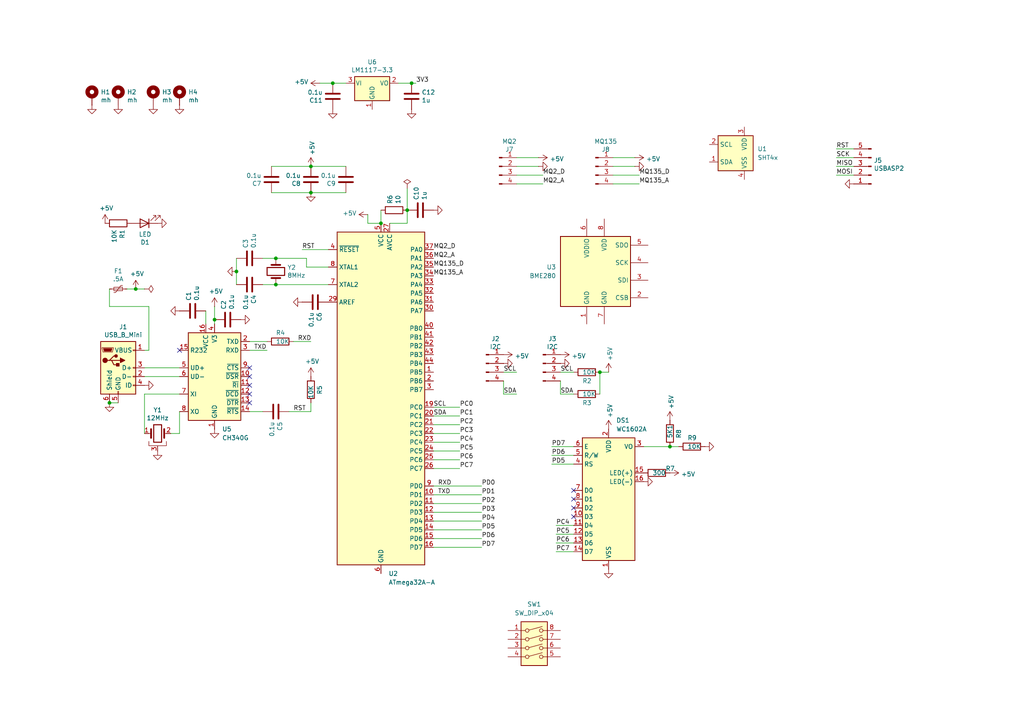
<source format=kicad_sch>
(kicad_sch (version 20231120) (generator "eeschema") (generator_version "8.0")
  (paper "A4")
  (lib_symbols
    (symbol "Connector:Conn_01x04_Male" (pin_names (offset 1.016) hide)
      (property "Reference" "J" (at 0 5.08 0))
      (property "Value" "Connector_Conn_01x04_Male" (at 0 -7.62 0))
      (symbol "Conn_01x04_Male_1_1"
        (polyline (pts (xy 1.27 -5.08) (xy 0.8636 -5.08)) (stroke (width 0.1524)))
        (polyline (pts (xy 1.27 -2.54) (xy 0.8636 -2.54)) (stroke (width 0.1524)))
        (polyline (pts (xy 1.27 0) (xy 0.8636 0)) (stroke (width 0.1524)))
        (polyline (pts (xy 1.27 2.54) (xy 0.8636 2.54)) (stroke (width 0.1524)))
        (rectangle (start 0.8636 -4.953) (end 0 -5.207) (stroke (width 0.1524)) (fill (type outline)))
        (rectangle (start 0.8636 -2.413) (end 0 -2.667) (stroke (width 0.1524)) (fill (type outline)))
        (rectangle (start 0.8636 0.127) (end 0 -0.127) (stroke (width 0.1524)) (fill (type outline)))
        (rectangle (start 0.8636 2.667) (end 0 2.413) (stroke (width 0.1524)) (fill (type outline)))
        (pin passive line (at 5.08 2.54 180) (length 3.81) (name "Pin_1") (number "1"))
        (pin passive line (at 5.08 0 180) (length 3.81) (name "Pin_2") (number "2"))
        (pin passive line (at 5.08 -2.54 180) (length 3.81) (name "Pin_3") (number "3"))
        (pin passive line (at 5.08 -5.08 180) (length 3.81) (name "Pin_4") (number "4"))
      )
    )
    (symbol "Connector:Conn_01x05_Male" (pin_names (offset 1.016) hide)
      (property "Reference" "J" (at 0 7.62 0))
      (property "Value" "Connector_Conn_01x05_Male" (at 0 -7.62 0))
      (symbol "Conn_01x05_Male_1_1"
        (polyline (pts (xy 1.27 -5.08) (xy 0.8636 -5.08)) (stroke (width 0.1524)))
        (polyline (pts (xy 1.27 -2.54) (xy 0.8636 -2.54)) (stroke (width 0.1524)))
        (polyline (pts (xy 1.27 0) (xy 0.8636 0)) (stroke (width 0.1524)))
        (polyline (pts (xy 1.27 2.54) (xy 0.8636 2.54)) (stroke (width 0.1524)))
        (polyline (pts (xy 1.27 5.08) (xy 0.8636 5.08)) (stroke (width 0.1524)))
        (rectangle (start 0.8636 -4.953) (end 0 -5.207) (stroke (width 0.1524)) (fill (type outline)))
        (rectangle (start 0.8636 -2.413) (end 0 -2.667) (stroke (width 0.1524)) (fill (type outline)))
        (rectangle (start 0.8636 0.127) (end 0 -0.127) (stroke (width 0.1524)) (fill (type outline)))
        (rectangle (start 0.8636 2.667) (end 0 2.413) (stroke (width 0.1524)) (fill (type outline)))
        (rectangle (start 0.8636 5.207) (end 0 4.953) (stroke (width 0.1524)) (fill (type outline)))
        (pin passive line (at 5.08 5.08 180) (length 3.81) (name "Pin_1") (number "1"))
        (pin passive line (at 5.08 2.54 180) (length 3.81) (name "Pin_2") (number "2"))
        (pin passive line (at 5.08 0 180) (length 3.81) (name "Pin_3") (number "3"))
        (pin passive line (at 5.08 -2.54 180) (length 3.81) (name "Pin_4") (number "4"))
        (pin passive line (at 5.08 -5.08 180) (length 3.81) (name "Pin_5") (number "5"))
      )
    )
    (symbol "Connector:USB_B_Mini" (pin_names (offset 1.016))
      (property "Reference" "J" (at -5.08 11.43 0))
      (property "Value" "USB_B_Mini" (at -5.08 8.89 0))
      (symbol "USB_B_Mini_0_1"
        (rectangle (start -5.08 -7.62) (end 5.08 7.62) (stroke (width 0.254)) (fill (type background)))
        (circle (center -3.81 2.159) (radius 0.635) (stroke (width 0.254)) (fill (type outline)))
        (circle (center -0.635 3.429) (radius 0.381) (stroke (width 0.254)) (fill (type outline)))
        (rectangle (start -0.127 -7.62) (end 0.127 -6.858))
        (polyline (pts (xy -1.905 2.159) (xy 0.635 2.159)) (stroke (width 0.254)))
        (polyline (pts (xy -3.175 2.159) (xy -2.54 2.159) (xy -1.27 3.429) (xy -0.635 3.429)) (stroke (width 0.254)))
        (polyline (pts (xy -2.54 2.159) (xy -1.905 2.159) (xy -1.27 0.889) (xy 0 0.889)) (stroke (width 0.254)))
        (polyline (pts (xy 0.635 2.794) (xy 0.635 1.524) (xy 1.905 2.159) (xy 0.635 2.794)) (stroke (width 0.254)) (fill (type outline)))
        (polyline (pts (xy -4.318 5.588) (xy -1.778 5.588) (xy -2.032 4.826) (xy -4.064 4.826) (xy -4.318 5.588)) (fill (type outline)))
        (polyline (pts (xy -4.699 5.842) (xy -4.699 5.588) (xy -4.445 4.826) (xy -4.445 4.572) (xy -1.651 4.572) (xy -1.651 4.826) (xy -1.397 5.588) (xy -1.397 5.842) (xy -4.699 5.842)))
        (rectangle (start 0.254 1.27) (end -0.508 0.508) (stroke (width 0.254)) (fill (type outline)))
        (rectangle (start 5.08 -5.207) (end 4.318 -4.953))
        (rectangle (start 5.08 -2.667) (end 4.318 -2.413))
        (rectangle (start 5.08 -0.127) (end 4.318 0.127))
        (rectangle (start 5.08 4.953) (end 4.318 5.207))
      )
      (symbol "USB_B_Mini_1_1"
        (pin power_out line (at 7.62 5.08 180) (length 2.54) (name "VBUS") (number "1"))
        (pin bidirectional line (at 7.62 -2.54 180) (length 2.54) (name "D-") (number "2"))
        (pin bidirectional line (at 7.62 0 180) (length 2.54) (name "D+") (number "3"))
        (pin passive line (at 7.62 -5.08 180) (length 2.54) (name "ID") (number "4"))
        (pin power_out line (at 0 -10.16 90) (length 2.54) (name "GND") (number "5"))
        (pin passive line (at -2.54 -10.16 90) (length 2.54) (name "Shield") (number "6"))
      )
    )
    (symbol "Device:C" (pin_numbers hide) (pin_names (offset 0.254))
      (property "Reference" "C" (at 0.635 2.54 0))
      (property "Value" "C" (at 0.635 -2.54 0))
      (symbol "C_0_1"
        (polyline (pts (xy -2.032 -0.762) (xy 2.032 -0.762)) (stroke (width 0.508)))
        (polyline (pts (xy -2.032 0.762) (xy 2.032 0.762)) (stroke (width 0.508)))
      )
      (symbol "C_1_1"
        (pin passive line (at 0 3.81 270) (length 2.794) (name "~") (number "1"))
        (pin passive line (at 0 -3.81 90) (length 2.794) (name "~") (number "2"))
      )
    )
    (symbol "Device:Crystal" (pin_numbers hide) (pin_names (offset 1.016) hide)
      (property "Reference" "Y" (at 0 3.81 0))
      (property "Value" "Crystal" (at 0 -3.81 0))
      (symbol "Crystal_0_1"
        (rectangle (start -1.143 2.54) (end 1.143 -2.54) (stroke (width 0.3048)))
        (polyline (pts (xy -2.54 0) (xy -1.905 0)))
        (polyline (pts (xy -1.905 -1.27) (xy -1.905 1.27)) (stroke (width 0.508)))
        (polyline (pts (xy 1.905 -1.27) (xy 1.905 1.27)) (stroke (width 0.508)))
        (polyline (pts (xy 2.54 0) (xy 1.905 0)))
      )
      (symbol "Crystal_1_1"
        (pin passive line (at -3.81 0 0) (length 1.27) (name "1") (number "1"))
        (pin passive line (at 3.81 0 180) (length 1.27) (name "2") (number "2"))
      )
    )
    (symbol "Device:Crystal_GND3" (pin_names (offset 1.016) hide)
      (property "Reference" "Y" (at 0 5.715 0))
      (property "Value" "Crystal_GND3" (at 0 3.81 0))
      (symbol "Crystal_GND3_0_1"
        (rectangle (start -1.143 2.54) (end 1.143 -2.54) (stroke (width 0.3048)))
        (polyline (pts (xy -2.54 0) (xy -1.905 0)))
        (polyline (pts (xy -1.905 -1.27) (xy -1.905 1.27)) (stroke (width 0.508)))
        (polyline (pts (xy 0 -3.81) (xy 0 -3.556)))
        (polyline (pts (xy 1.905 0) (xy 2.54 0)))
        (polyline (pts (xy 1.905 1.27) (xy 1.905 -1.27)) (stroke (width 0.508)))
        (polyline (pts (xy -2.54 -2.286) (xy -2.54 -3.556) (xy 2.54 -3.556) (xy 2.54 -2.286)))
      )
      (symbol "Crystal_GND3_1_1"
        (pin passive line (at -3.81 0 0) (length 1.27) (name "1") (number "1"))
        (pin passive line (at 3.81 0 180) (length 1.27) (name "2") (number "2"))
        (pin passive line (at 0 -5.08 90) (length 1.27) (name "3") (number "3"))
      )
    )
    (symbol "Device:LED" (pin_numbers hide) (pin_names (offset 1.016) hide)
      (property "Reference" "D" (at 0 2.54 0))
      (property "Value" "LED" (at 0 -2.54 0))
      (symbol "LED_0_1"
        (polyline (pts (xy -1.27 -1.27) (xy -1.27 1.27)) (stroke (width 0.254)))
        (polyline (pts (xy -1.27 0) (xy 1.27 0)))
        (polyline (pts (xy 1.27 -1.27) (xy 1.27 1.27) (xy -1.27 0) (xy 1.27 -1.27)) (stroke (width 0.254)))
        (polyline (pts (xy -3.048 -0.762) (xy -4.572 -2.286) (xy -3.81 -2.286) (xy -4.572 -2.286) (xy -4.572 -1.524)))
        (polyline (pts (xy -1.778 -0.762) (xy -3.302 -2.286) (xy -2.54 -2.286) (xy -3.302 -2.286) (xy -3.302 -1.524)))
      )
      (symbol "LED_1_1"
        (pin passive line (at -3.81 0 0) (length 2.54) (name "K") (number "1"))
        (pin passive line (at 3.81 0 180) (length 2.54) (name "A") (number "2"))
      )
    )
    (symbol "Device:Polyfuse_Small" (pin_numbers hide) (pin_names (offset 0))
      (property "Reference" "F" (at -1.905 0 90))
      (property "Value" "Polyfuse_Small" (at 1.905 0 90))
      (symbol "Polyfuse_Small_0_1"
        (rectangle (start -0.508 1.27) (end 0.508 -1.27))
        (polyline (pts (xy 0 2.54) (xy 0 -2.54)))
        (polyline (pts (xy -1.016 1.27) (xy -1.016 0.762) (xy 1.016 -0.762) (xy 1.016 -1.27)))
      )
      (symbol "Polyfuse_Small_1_1"
        (pin passive line (at 0 2.54 270) (length 0.635) (name "~") (number "1"))
        (pin passive line (at 0 -2.54 90) (length 0.635) (name "~") (number "2"))
      )
    )
    (symbol "Device:R" (pin_numbers hide) (pin_names (offset 0))
      (property "Reference" "R" (at 2.032 0 90))
      (property "Value" "R" (at 0 0 90))
      (symbol "R_0_1"
        (rectangle (start -1.016 -2.54) (end 1.016 2.54) (stroke (width 0.254)))
      )
      (symbol "R_1_1"
        (pin passive line (at 0 3.81 270) (length 1.27) (name "~") (number "1"))
        (pin passive line (at 0 -3.81 90) (length 1.27) (name "~") (number "2"))
      )
    )
    (symbol "Display_Character:WC1602A"
      (property "Reference" "DS" (at -5.842 19.05 0))
      (property "Value" "WC1602A" (at 5.334 19.05 0))
      (symbol "WC1602A_1_1"
        (rectangle (start -7.62 17.78) (end 7.62 -17.78) (stroke (width 0.254)) (fill (type background)))
        (pin power_in line (at 0 -20.32 90) (length 2.54) (name "VSS") (number "1"))
        (pin input line (at -10.16 -5.08 0) (length 2.54) (name "D3") (number "10"))
        (pin input line (at -10.16 -7.62 0) (length 2.54) (name "D4") (number "11"))
        (pin input line (at -10.16 -10.16 0) (length 2.54) (name "D5") (number "12"))
        (pin input line (at -10.16 -12.7 0) (length 2.54) (name "D6") (number "13"))
        (pin input line (at -10.16 -15.24 0) (length 2.54) (name "D7") (number "14"))
        (pin power_in line (at 10.16 7.62 180) (length 2.54) (name "LED(+)") (number "15"))
        (pin power_in line (at 10.16 5.08 180) (length 2.54) (name "LED(-)") (number "16"))
        (pin power_in line (at 0 20.32 270) (length 2.54) (name "VDD") (number "2"))
        (pin input line (at 10.16 15.24 180) (length 2.54) (name "VO") (number "3"))
        (pin input line (at -10.16 10.16 0) (length 2.54) (name "RS") (number "4"))
        (pin input line (at -10.16 12.7 0) (length 2.54) (name "R/W") (number "5"))
        (pin input line (at -10.16 15.24 0) (length 2.54) (name "E") (number "6"))
        (pin input line (at -10.16 2.54 0) (length 2.54) (name "D0") (number "7"))
        (pin input line (at -10.16 0 0) (length 2.54) (name "D1") (number "8"))
        (pin input line (at -10.16 -2.54 0) (length 2.54) (name "D2") (number "9"))
      )
    )
    (symbol "Interface_USB:CH340G"
      (property "Reference" "U" (at -5.08 13.97 0))
      (property "Value" "CH340G" (at 1.27 13.97 0))
      (symbol "CH340G_0_1"
        (rectangle (start -7.62 12.7) (end 7.62 -12.7) (stroke (width 0.254)) (fill (type background)))
      )
      (symbol "CH340G_1_1"
        (pin power_in line (at 0 -15.24 90) (length 2.54) (name "GND") (number "1"))
        (pin input line (at 10.16 0 180) (length 2.54) (name "~{DSR}") (number "10"))
        (pin input line (at 10.16 -2.54 180) (length 2.54) (name "~{RI}") (number "11"))
        (pin input line (at 10.16 -5.08 180) (length 2.54) (name "~{DCD}") (number "12"))
        (pin output line (at 10.16 -7.62 180) (length 2.54) (name "~{DTR}") (number "13"))
        (pin output line (at 10.16 -10.16 180) (length 2.54) (name "~{RTS}") (number "14"))
        (pin input line (at -10.16 7.62 0) (length 2.54) (name "R232") (number "15"))
        (pin power_in line (at -2.54 15.24 270) (length 2.54) (name "VCC") (number "16"))
        (pin output line (at 10.16 10.16 180) (length 2.54) (name "TXD") (number "2"))
        (pin input line (at 10.16 7.62 180) (length 2.54) (name "RXD") (number "3"))
        (pin power_out line (at 0 15.24 270) (length 2.54) (name "V3") (number "4"))
        (pin bidirectional line (at -10.16 2.54 0) (length 2.54) (name "UD+") (number "5"))
        (pin bidirectional line (at -10.16 0 0) (length 2.54) (name "UD-") (number "6"))
        (pin input line (at -10.16 -5.08 0) (length 2.54) (name "XI") (number "7"))
        (pin output line (at -10.16 -10.16 0) (length 2.54) (name "XO") (number "8"))
        (pin input line (at 10.16 2.54 180) (length 2.54) (name "~{CTS}") (number "9"))
      )
    )
    (symbol "MCU_Microchip_ATmega:ATmega32A-A"
      (property "Reference" "U" (at -12.7 49.53 0))
      (property "Value" "ATmega32A-A" (at 2.54 -49.53 0))
      (symbol "ATmega32A-A_0_1"
        (rectangle (start -12.7 -48.26) (end 12.7 48.26) (stroke (width 0.254)) (fill (type background)))
      )
      (symbol "ATmega32A-A_1_1"
        (pin bidirectional line (at 15.24 7.62 180) (length 2.54) (name "PB5") (number "1"))
        (pin bidirectional line (at 15.24 -27.94 180) (length 2.54) (name "PD1") (number "10"))
        (pin bidirectional line (at 15.24 -30.48 180) (length 2.54) (name "PD2") (number "11"))
        (pin bidirectional line (at 15.24 -33.02 180) (length 2.54) (name "PD3") (number "12"))
        (pin bidirectional line (at 15.24 -35.56 180) (length 2.54) (name "PD4") (number "13"))
        (pin bidirectional line (at 15.24 -38.1 180) (length 2.54) (name "PD5") (number "14"))
        (pin bidirectional line (at 15.24 -40.64 180) (length 2.54) (name "PD6") (number "15"))
        (pin bidirectional line (at 15.24 -43.18 180) (length 2.54) (name "PD7") (number "16"))
        (pin passive line (at 0 50.8 270) (length 2.54) hide (name "VCC") (number "17"))
        (pin passive line (at 0 -50.8 90) (length 2.54) hide (name "GND") (number "18"))
        (pin bidirectional line (at 15.24 -2.54 180) (length 2.54) (name "PC0") (number "19"))
        (pin bidirectional line (at 15.24 5.08 180) (length 2.54) (name "PB6") (number "2"))
        (pin bidirectional line (at 15.24 -5.08 180) (length 2.54) (name "PC1") (number "20"))
        (pin bidirectional line (at 15.24 -7.62 180) (length 2.54) (name "PC2") (number "21"))
        (pin bidirectional line (at 15.24 -10.16 180) (length 2.54) (name "PC3") (number "22"))
        (pin bidirectional line (at 15.24 -12.7 180) (length 2.54) (name "PC4") (number "23"))
        (pin bidirectional line (at 15.24 -15.24 180) (length 2.54) (name "PC5") (number "24"))
        (pin bidirectional line (at 15.24 -17.78 180) (length 2.54) (name "PC6") (number "25"))
        (pin bidirectional line (at 15.24 -20.32 180) (length 2.54) (name "PC7") (number "26"))
        (pin power_in line (at 2.54 50.8 270) (length 2.54) (name "AVCC") (number "27"))
        (pin passive line (at 0 -50.8 90) (length 2.54) hide (name "GND") (number "28"))
        (pin passive line (at -15.24 27.94 0) (length 2.54) (name "AREF") (number "29"))
        (pin bidirectional line (at 15.24 2.54 180) (length 2.54) (name "PB7") (number "3"))
        (pin bidirectional line (at 15.24 25.4 180) (length 2.54) (name "PA7") (number "30"))
        (pin bidirectional line (at 15.24 27.94 180) (length 2.54) (name "PA6") (number "31"))
        (pin bidirectional line (at 15.24 30.48 180) (length 2.54) (name "PA5") (number "32"))
        (pin bidirectional line (at 15.24 33.02 180) (length 2.54) (name "PA4") (number "33"))
        (pin bidirectional line (at 15.24 35.56 180) (length 2.54) (name "PA3") (number "34"))
        (pin bidirectional line (at 15.24 38.1 180) (length 2.54) (name "PA2") (number "35"))
        (pin bidirectional line (at 15.24 40.64 180) (length 2.54) (name "PA1") (number "36"))
        (pin bidirectional line (at 15.24 43.18 180) (length 2.54) (name "PA0") (number "37"))
        (pin passive line (at 0 50.8 270) (length 2.54) hide (name "VCC") (number "38"))
        (pin passive line (at 0 -50.8 90) (length 2.54) hide (name "GND") (number "39"))
        (pin input line (at -15.24 43.18 0) (length 2.54) (name "~{RESET}") (number "4"))
        (pin bidirectional line (at 15.24 20.32 180) (length 2.54) (name "PB0") (number "40"))
        (pin bidirectional line (at 15.24 17.78 180) (length 2.54) (name "PB1") (number "41"))
        (pin bidirectional line (at 15.24 15.24 180) (length 2.54) (name "PB2") (number "42"))
        (pin bidirectional line (at 15.24 12.7 180) (length 2.54) (name "PB3") (number "43"))
        (pin bidirectional line (at 15.24 10.16 180) (length 2.54) (name "PB4") (number "44"))
        (pin power_in line (at 0 50.8 270) (length 2.54) (name "VCC") (number "5"))
        (pin power_in line (at 0 -50.8 90) (length 2.54) (name "GND") (number "6"))
        (pin output line (at -15.24 33.02 0) (length 2.54) (name "XTAL2") (number "7"))
        (pin input line (at -15.24 38.1 0) (length 2.54) (name "XTAL1") (number "8"))
        (pin bidirectional line (at 15.24 -25.4 180) (length 2.54) (name "PD0") (number "9"))
      )
    )
    (symbol "Mechanical:MountingHole_Pad" (pin_numbers hide) (pin_names (offset 1.016) hide)
      (property "Reference" "H" (at 0 6.35 0))
      (property "Value" "MountingHole_Pad" (at 0 4.445 0))
      (symbol "MountingHole_Pad_0_1"
        (circle (center 0 1.27) (radius 1.27) (stroke (width 1.27)))
      )
      (symbol "MountingHole_Pad_1_1"
        (pin input line (at 0 -2.54 90) (length 2.54) (name "1") (number "1"))
      )
    )
    (symbol "Regulator_Linear:LM1117-3.3" (pin_names (offset 0.254))
      (property "Reference" "U" (at -3.81 3.175 0))
      (property "Value" "Regulator_Linear_LM1117-3.3" (at 0 3.175 0))
      (symbol "LM1117-3.3_0_1"
        (rectangle (start -5.08 -5.08) (end 5.08 1.905) (stroke (width 0.254)) (fill (type background)))
      )
      (symbol "LM1117-3.3_1_1"
        (pin power_in line (at 0 -7.62 90) (length 2.54) (name "GND") (number "1"))
        (pin power_out line (at 7.62 0 180) (length 2.54) (name "VO") (number "2"))
        (pin power_in line (at -7.62 0 0) (length 2.54) (name "VI") (number "3"))
      )
    )
    (symbol "Sensor:BME280"
      (property "Reference" "U" (at -8.89 11.43 0))
      (property "Value" "BME280" (at 7.62 11.43 0))
      (symbol "BME280_0_1"
        (rectangle (start -10.16 10.16) (end 10.16 -10.16) (stroke (width 0.254)) (fill (type background)))
      )
      (symbol "BME280_1_1"
        (pin power_in line (at -2.54 -15.24 90) (length 5.08) (name "GND") (number "1"))
        (pin input line (at 15.24 -7.62 180) (length 5.08) (name "CSB") (number "2"))
        (pin bidirectional line (at 15.24 -2.54 180) (length 5.08) (name "SDI") (number "3"))
        (pin input line (at 15.24 2.54 180) (length 5.08) (name "SCK") (number "4"))
        (pin bidirectional line (at 15.24 7.62 180) (length 5.08) (name "SDO") (number "5"))
        (pin power_in line (at -2.54 15.24 270) (length 5.08) (name "VDDIO") (number "6"))
        (pin power_in line (at 2.54 -15.24 90) (length 5.08) (name "GND") (number "7"))
        (pin power_in line (at 2.54 15.24 270) (length 5.08) (name "VDD") (number "8"))
      )
    )
    (symbol "Sensor_Humidity:SHT4x"
      (property "Reference" "U" (at 0 8.89 0))
      (property "Value" "SHT4x" (at 0 6.35 0))
      (symbol "SHT4x_1_1"
        (rectangle (start -5.08 5.08) (end 5.08 -5.08) (stroke (width 0.254)) (fill (type background)))
        (pin bidirectional line (at -7.62 -2.54 0) (length 2.54) (name "SDA") (number "1"))
        (pin input line (at -7.62 2.54 0) (length 2.54) (name "SCL") (number "2"))
        (pin power_in line (at 2.54 7.62 270) (length 2.54) (name "VDD") (number "3"))
        (pin power_in line (at 2.54 -7.62 90) (length 2.54) (name "VSS") (number "4"))
      )
    )
    (symbol "Switch:SW_DIP_x04" (pin_names (offset 0) hide)
      (property "Reference" "SW" (at 0 8.89 0))
      (property "Value" "SW_DIP_x04" (at 0 -6.35 0))
      (symbol "SW_DIP_x04_0_0"
        (circle (center -2.032 -2.54) (radius 0.508))
        (circle (center -2.032 0) (radius 0.508))
        (circle (center -2.032 2.54) (radius 0.508))
        (circle (center -2.032 5.08) (radius 0.508))
        (polyline (pts (xy -1.524 -2.3876) (xy 2.3622 -1.3462)))
        (polyline (pts (xy -1.524 0.127) (xy 2.3622 1.1684)))
        (polyline (pts (xy -1.524 2.667) (xy 2.3622 3.7084)))
        (polyline (pts (xy -1.524 5.207) (xy 2.3622 6.2484)))
        (circle (center 2.032 -2.54) (radius 0.508))
        (circle (center 2.032 0) (radius 0.508))
        (circle (center 2.032 2.54) (radius 0.508))
        (circle (center 2.032 5.08) (radius 0.508))
      )
      (symbol "SW_DIP_x04_0_1"
        (rectangle (start -3.81 7.62) (end 3.81 -5.08) (stroke (width 0.254)) (fill (type background)))
      )
      (symbol "SW_DIP_x04_1_1"
        (pin passive line (at -7.62 5.08 0) (length 5.08) (name "~") (number "1"))
        (pin passive line (at -7.62 2.54 0) (length 5.08) (name "~") (number "2"))
        (pin passive line (at -7.62 0 0) (length 5.08) (name "~") (number "3"))
        (pin passive line (at -7.62 -2.54 0) (length 5.08) (name "~") (number "4"))
        (pin passive line (at 7.62 -2.54 180) (length 5.08) (name "~") (number "5"))
        (pin passive line (at 7.62 0 180) (length 5.08) (name "~") (number "6"))
        (pin passive line (at 7.62 2.54 180) (length 5.08) (name "~") (number "7"))
        (pin passive line (at 7.62 5.08 180) (length 5.08) (name "~") (number "8"))
      )
    )
    (symbol "power:+5V" (power) (pin_numbers hide) (pin_names (offset 0) hide)
      (property "Value" "+5V" (at 0 3.556 0))
      (symbol "+5V_0_1"
        (polyline (pts (xy -0.762 1.27) (xy 0 2.54)))
        (polyline (pts (xy 0 0) (xy 0 2.54)))
        (polyline (pts (xy 0 2.54) (xy 0.762 1.27)))
      )
      (symbol "+5V_1_1"
        (pin power_in line (at 0 0 90) (length 0) (name "~") (number "1"))
      )
    )
    (symbol "power:GND" (power) (pin_numbers hide) (pin_names (offset 0) hide)
      (property "Value" "GND" (at 0 -3.81 0))
      (symbol "GND_0_1"
        (polyline (pts (xy 0 0) (xy 0 -1.27) (xy 1.27 -1.27) (xy 0 -2.54) (xy -1.27 -1.27) (xy 0 -1.27)))
      )
      (symbol "GND_1_1"
        (pin power_in line (at 0 0 270) (length 0) (name "~") (number "1"))
      )
    )
    (symbol "power:PWR_FLAG" (power) (pin_numbers hide) (pin_names (offset 0) hide)
      (property "Value" "PWR_FLAG" (at 0 3.81 0))
      (symbol "PWR_FLAG_0_0"
        (pin power_out line (at 0 0 90) (length 0) (name "~") (number "1"))
      )
      (symbol "PWR_FLAG_0_1"
        (polyline (pts (xy 0 0) (xy 0 1.27) (xy -1.016 1.905) (xy 0 2.54) (xy 1.016 1.905) (xy 0 1.27)))
      )
    )
  )
  (junction (at 31.75 116.84))
  (junction (at 39.37 83.82))
  (junction (at 90.17 55.88))
  (junction (at 110.49 64.77))
  (junction (at 194.31 129.54))
  (junction (at 80.01 74.93))
  (junction (at 118.11 60.96))
  (junction (at 90.17 48.26))
  (junction (at 62.23 92.71))
  (junction (at 68.58 78.74))
  (junction (at 80.01 82.55))
  (junction (at 96.52 24.13))
  (junction (at 119.38 24.13))
  (junction (at 173.99 107.95))
  (no_connect (at 72.39 106.68))
  (no_connect (at 72.39 111.76))
  (no_connect (at 166.37 149.86))
  (no_connect (at 52.07 101.6))
  (no_connect (at 72.39 116.84))
  (no_connect (at 166.37 144.78))
  (no_connect (at 166.37 147.32))
  (no_connect (at 166.37 142.24))
  (no_connect (at 72.39 109.22))
  (no_connect (at 72.39 114.3))
  (wire (pts (xy 125.73 143.51) (xy 139.7 143.51)))
  (wire (pts (xy 76.2 74.93) (xy 80.01 74.93)))
  (wire (pts (xy 100.33 55.88) (xy 90.17 55.88)))
  (wire (pts (xy 119.38 24.13) (xy 120.65 24.13)))
  (wire (pts (xy 43.18 88.9) (xy 43.18 101.6)))
  (wire (pts (xy 166.37 157.48) (xy 161.29 157.48)))
  (wire (pts (xy 118.11 60.96) (xy 118.11 64.77)))
  (wire (pts (xy 43.18 101.6) (xy 41.91 101.6)))
  (wire (pts (xy 68.58 78.74) (xy 68.58 82.55)))
  (wire (pts (xy 72.39 99.06) (xy 77.47 99.06)))
  (wire (pts (xy 166.37 154.94) (xy 161.29 154.94)))
  (wire (pts (xy 36.83 83.82) (xy 39.37 83.82)))
  (wire (pts (xy 78.74 48.26) (xy 90.17 48.26)))
  (wire (pts (xy 41.91 114.3) (xy 52.07 114.3)))
  (wire (pts (xy 177.8 45.72) (xy 184.15 45.72)))
  (wire (pts (xy 90.17 55.88) (xy 78.74 55.88)))
  (wire (pts (xy 125.73 151.13) (xy 139.7 151.13)))
  (wire (pts (xy 90.17 48.26) (xy 100.33 48.26)))
  (wire (pts (xy 149.86 53.34) (xy 157.48 53.34)))
  (wire (pts (xy 41.91 125.73) (xy 41.91 114.3)))
  (wire (pts (xy 80.01 74.93) (xy 88.9 74.93)))
  (wire (pts (xy 90.17 116.84) (xy 90.17 119.38)))
  (wire (pts (xy 125.73 130.81) (xy 133.35 130.81)))
  (wire (pts (xy 125.73 156.21) (xy 139.7 156.21)))
  (wire (pts (xy 177.8 50.8) (xy 185.42 50.8)))
  (wire (pts (xy 162.56 110.49) (xy 162.56 114.3)))
  (wire (pts (xy 166.37 132.08) (xy 160.02 132.08)))
  (wire (pts (xy 162.56 114.3) (xy 166.37 114.3)))
  (wire (pts (xy 162.56 107.95) (xy 166.37 107.95)))
  (wire (pts (xy 85.09 99.06) (xy 90.17 99.06)))
  (wire (pts (xy 166.37 134.62) (xy 160.02 134.62)))
  (wire (pts (xy 31.75 88.9) (xy 43.18 88.9)))
  (wire (pts (xy 247.65 50.8) (xy 242.57 50.8)))
  (wire (pts (xy 100.33 24.13) (xy 96.52 24.13)))
  (wire (pts (xy 39.37 83.82) (xy 41.91 83.82)))
  (wire (pts (xy 106.68 64.77) (xy 110.49 64.77)))
  (wire (pts (xy 125.73 123.19) (xy 133.35 123.19)))
  (wire (pts (xy 242.57 45.72) (xy 247.65 45.72)))
  (wire (pts (xy 186.69 129.54) (xy 194.31 129.54)))
  (wire (pts (xy 31.75 83.82) (xy 31.75 88.9)))
  (wire (pts (xy 139.7 153.67) (xy 125.73 153.67)))
  (wire (pts (xy 110.49 64.77) (xy 110.49 60.96)))
  (wire (pts (xy 247.65 43.18) (xy 242.57 43.18)))
  (wire (pts (xy 88.9 74.93) (xy 88.9 77.47)))
  (wire (pts (xy 146.05 107.95) (xy 149.86 107.95)))
  (wire (pts (xy 52.07 125.73) (xy 49.53 125.73)))
  (wire (pts (xy 115.57 24.13) (xy 119.38 24.13)))
  (wire (pts (xy 62.23 92.71) (xy 62.23 88.9)))
  (wire (pts (xy 41.91 106.68) (xy 52.07 106.68)))
  (wire (pts (xy 68.58 74.93) (xy 68.58 78.74)))
  (wire (pts (xy 88.9 77.47) (xy 95.25 77.47)))
  (wire (pts (xy 177.8 48.26) (xy 184.15 48.26)))
  (wire (pts (xy 125.73 120.65) (xy 133.35 120.65)))
  (wire (pts (xy 125.73 125.73) (xy 133.35 125.73)))
  (wire (pts (xy 52.07 109.22) (xy 41.91 109.22)))
  (wire (pts (xy 173.99 107.95) (xy 173.99 114.3)))
  (wire (pts (xy 146.05 110.49) (xy 146.05 114.3)))
  (wire (pts (xy 166.37 152.4) (xy 161.29 152.4)))
  (wire (pts (xy 139.7 148.59) (xy 125.73 148.59)))
  (wire (pts (xy 83.82 119.38) (xy 90.17 119.38)))
  (wire (pts (xy 125.73 158.75) (xy 139.7 158.75)))
  (wire (pts (xy 106.68 62.23) (xy 106.68 64.77)))
  (wire (pts (xy 95.25 72.39) (xy 87.63 72.39)))
  (wire (pts (xy 166.37 160.02) (xy 161.29 160.02)))
  (wire (pts (xy 125.73 128.27) (xy 133.35 128.27)))
  (wire (pts (xy 52.07 119.38) (xy 52.07 125.73)))
  (wire (pts (xy 34.29 116.84) (xy 31.75 116.84)))
  (wire (pts (xy 125.73 146.05) (xy 139.7 146.05)))
  (wire (pts (xy 146.05 114.3) (xy 149.86 114.3)))
  (wire (pts (xy 149.86 48.26) (xy 156.21 48.26)))
  (wire (pts (xy 176.53 107.95) (xy 173.99 107.95)))
  (wire (pts (xy 76.2 119.38) (xy 72.39 119.38)))
  (wire (pts (xy 95.25 82.55) (xy 80.01 82.55)))
  (wire (pts (xy 125.73 118.11) (xy 133.35 118.11)))
  (wire (pts (xy 59.69 90.17) (xy 59.69 93.98)))
  (wire (pts (xy 62.23 92.71) (xy 62.23 93.98)))
  (wire (pts (xy 247.65 48.26) (xy 242.57 48.26)))
  (wire (pts (xy 177.8 53.34) (xy 185.42 53.34)))
  (wire (pts (xy 125.73 135.89) (xy 133.35 135.89)))
  (wire (pts (xy 80.01 82.55) (xy 76.2 82.55)))
  (wire (pts (xy 118.11 64.77) (xy 113.03 64.77)))
  (wire (pts (xy 166.37 129.54) (xy 160.02 129.54)))
  (wire (pts (xy 96.52 24.13) (xy 92.71 24.13)))
  (wire (pts (xy 149.86 50.8) (xy 157.48 50.8)))
  (wire (pts (xy 118.11 54.61) (xy 118.11 60.96)))
  (wire (pts (xy 139.7 140.97) (xy 125.73 140.97)))
  (wire (pts (xy 125.73 133.35) (xy 133.35 133.35)))
  (wire (pts (xy 72.39 101.6) (xy 77.47 101.6)))
  (wire (pts (xy 149.86 45.72) (xy 156.21 45.72)))
  (wire (pts (xy 194.31 129.54) (xy 196.85 129.54)))
  (label "MQ135_A" (at 185.42 53.34 0))
  (label "MQ2_D" (at 157.48 50.8 0))
  (label "TXD" (at 73.66 101.6 0))
  (label "PC4" (at 161.29 152.4 0))
  (label "SCL" (at 162.56 107.95 0))
  (label "PD1" (at 139.7 143.51 0))
  (label "RST" (at 87.63 72.39 0))
  (label "PC6" (at 133.35 133.35 0))
  (label "PC0" (at 133.35 118.11 0))
  (label "SDA" (at 125.73 120.65 0))
  (label "PD5" (at 160.02 134.62 0))
  (label "PD4" (at 139.7 151.13 0))
  (label "PD0" (at 139.7 140.97 0))
  (label "PD6" (at 160.02 132.08 0))
  (label "RXD" (at 86.36 99.06 0))
  (label "TXD" (at 127 143.51 0))
  (label "MQ2_D" (at 125.73 72.39 0))
  (label "SCL" (at 146.05 107.95 0))
  (label "RST" (at 85.09 119.38 0))
  (label "3V3" (at 120.65 24.13 0))
  (label "PD3" (at 139.7 148.59 0))
  (label "PC5" (at 133.35 130.81 0))
  (label "MQ135_D" (at 125.73 77.47 0))
  (label "SCK" (at 242.57 45.72 0))
  (label "RXD" (at 127 140.97 0))
  (label "MQ135_A" (at 125.73 80.01 0))
  (label "PD2" (at 139.7 146.05 0))
  (label "MQ2_A" (at 125.73 74.93 0))
  (label "MQ2_A" (at 157.48 53.34 0))
  (label "SDA" (at 146.05 114.3 0))
  (label "SDA" (at 162.56 114.3 0))
  (label "SCL" (at 125.73 118.11 0))
  (label "PD7" (at 139.7 158.75 0))
  (label "PD6" (at 139.7 156.21 0))
  (label "PC4" (at 133.35 128.27 0))
  (label "PC7" (at 161.29 160.02 0))
  (label "MOSI" (at 242.57 50.8 0))
  (label "PD5" (at 139.7 153.67 0))
  (label "MQ135_D" (at 185.42 50.8 0))
  (label "PC2" (at 133.35 123.19 0))
  (label "MISO" (at 242.57 48.26 0))
  (label "PC3" (at 133.35 125.73 0))
  (label "PC5" (at 161.29 154.94 0))
  (label "PC6" (at 161.29 157.48 0))
  (label "PC1" (at 133.35 120.65 0))
  (label "PC7" (at 133.35 135.89 0))
  (label "RST" (at 242.57 43.18 0))
  (label "PD7" (at 160.02 129.54 0))
  (symbol (lib_id "power:GND") (at 31.75 116.84 0) (unit 1)
    (property "Reference" "#PWR02" (effects (hide yes)))
    (property "Value" "GND" (effects (hide yes)))
  )
  (symbol (lib_id "Mechanical:MountingHole_Pad") (at 44.45 27.94 0) (unit 1)
    (property "Reference" "H3" (at 46.99 26.6954 0) (effects (justify left)))
    (property "Value" "mh" (at 46.99 29.0068 0) (effects (justify left)))
    (property "Footprint" "MountingHole:MountingHole_3.2mm_M3_DIN965" (effects (hide yes)))
  )
  (symbol (lib_id "Interface_USB:CH340G") (at 62.23 109.22 0) (unit 1)
    (property "Reference" "U5" (at 64.4241 124.46 0) (effects (justify left)))
    (property "Value" "CH340G" (at 64.4241 127 0) (effects (justify left)))
    (property "Footprint" "Package_SO:SOIC-16_3.9x9.9mm_P1.27mm" (effects (hide yes)))
    (property "Datasheet" "http://www.datasheet5.com/pdf-local-2195953" (effects (hide yes)))
    (property "Description" "USB serial converter, UART, SOIC-16" (effects (hide yes)))
  )
  (symbol (lib_id "Device:R") (at 81.28 99.06 270) (unit 1)
    (property "Reference" "R4" (at 80.01 96.52 90) (effects (justify left)))
    (property "Value" "10K" (at 80.01 99.06 90) (effects (justify left)))
    (property "Footprint" "Resistor_SMD:R_0805_2012Metric" (effects (hide yes)))
  )
  (symbol (lib_id "power:PWR_FLAG") (at 118.11 54.61 0) (unit 1)
    (property "Reference" "#FLG02" (effects (hide yes)))
    (property "Value" "PWR_FLAG" (effects (hide yes)))
  )
  (symbol (lib_id "Device:C") (at 66.04 92.71 90) (unit 1)
    (property "Reference" "C2" (at 64.8716 89.789 0) (effects (justify left)))
    (property "Value" "0.1u" (at 67.183 89.789 0) (effects (justify left)))
    (property "Footprint" "Capacitor_SMD:C_0805_2012Metric" (effects (hide yes)))
  )
  (symbol (lib_id "Device:C") (at 72.39 82.55 270) (unit 1)
    (property "Reference" "C4" (at 73.5584 85.471 0) (effects (justify left)))
    (property "Value" "0.1u" (at 71.247 85.471 0) (effects (justify left)))
    (property "Footprint" "Capacitor_SMD:C_0805_2012Metric" (effects (hide yes)))
  )
  (symbol (lib_id "power:+5V") (at 90.17 109.22 0) (unit 1)
    (property "Reference" "#PWR018" (effects (hide yes)))
    (property "Value" "+5V" (at 90.551 104.8258 0))
  )
  (symbol (lib_id "power:+5V") (at 176.53 107.95 0) (unit 1)
    (property "Reference" "#PWR016" (effects (hide yes)))
    (property "Value" "+5V" (at 176.911 104.6988 90) (effects (justify left)))
  )
  (symbol (lib_id "power:GND") (at 52.07 90.17 270) (unit 1)
    (property "Reference" "#PWR09" (effects (hide yes)))
    (property "Value" "GND" (effects (hide yes)))
  )
  (symbol (lib_id "Device:C") (at 100.33 52.07 180) (unit 1)
    (property "Reference" "C9" (at 97.409 53.2384 0) (effects (justify left)))
    (property "Value" "0.1u" (at 97.409 50.927 0) (effects (justify left)))
    (property "Footprint" "Capacitor_SMD:C_0805_2012Metric" (effects (hide yes)))
  )
  (symbol (lib_id "Device:C") (at 91.44 87.63 270) (unit 1)
    (property "Reference" "C6" (at 92.6084 90.551 0) (effects (justify left)))
    (property "Value" "0.1u" (at 90.297 90.551 0) (effects (justify left)))
    (property "Footprint" "Capacitor_SMD:C_0805_2012Metric" (effects (hide yes)))
  )
  (symbol (lib_id "power:+5V") (at 194.31 137.16 270) (unit 1)
    (property "Reference" "#PWR023" (effects (hide yes)))
    (property "Value" "+5V" (at 197.5612 137.541 90) (effects (justify left)))
  )
  (symbol (lib_id "Regulator_Linear:LM1117-3.3") (at 107.95 24.13 0) (unit 1)
    (property "Reference" "U6" (at 107.95 17.9832 0))
    (property "Value" "LM1117-3.3" (at 107.95 20.2946 0))
    (property "Footprint" "Package_TO_SOT_SMD:SOT-223-3_TabPin2" (effects (hide yes)))
    (property "Datasheet" "http://www.ti.com/lit/ds/symlink/lm1117.pdf" (effects (hide yes)))
  )
  (symbol (lib_id "power:GND") (at 62.23 124.46 0) (unit 1)
    (property "Reference" "#PWR013" (effects (hide yes)))
    (property "Value" "GND" (effects (hide yes)))
  )
  (symbol (lib_id "power:GND") (at 44.45 30.48 0) (unit 1)
    (property "Reference" "#PWR035" (effects (hide yes)))
    (property "Value" "GND" (effects (hide yes)))
  )
  (symbol (lib_id "Device:Polyfuse_Small") (at 34.29 83.82 270) (unit 1)
    (property "Reference" "F1" (at 34.29 78.613 90))
    (property "Value" ".5A" (at 34.29 80.9244 90))
    (property "Footprint" "Fuse:Fuse_1812_4532Metric" (effects (hide yes)))
  )
  (symbol (lib_id "power:+5V") (at 156.21 45.72 270) (unit 1)
    (property "Reference" "#PWR037" (effects (hide yes)))
    (property "Value" "+5V" (at 159.4612 46.101 90) (effects (justify left)))
  )
  (symbol (lib_id "Device:R") (at 90.17 113.03 180) (unit 1)
    (property "Reference" "R5" (at 92.71 111.76 90) (effects (justify left)))
    (property "Value" "10K" (at 90.17 111.76 90) (effects (justify left)))
    (property "Footprint" "Resistor_SMD:R_0805_2012Metric" (effects (hide yes)))
  )
  (symbol (lib_id "power:+5V") (at 184.15 45.72 270) (unit 1)
    (property "Reference" "#PWR039" (effects (hide yes)))
    (property "Value" "+5V" (at 187.4012 46.101 90) (effects (justify left)))
  )
  (symbol (lib_id "power:GND") (at 45.72 64.77 90) (unit 1)
    (property "Reference" "#PWR07" (effects (hide yes)))
    (property "Value" "GND" (effects (hide yes)))
  )
  (symbol (lib_id "power:+5V") (at 194.31 121.92 0) (unit 1)
    (property "Reference" "#PWR026" (effects (hide yes)))
    (property "Value" "+5V" (at 194.691 118.6688 90) (effects (justify left)))
  )
  (symbol (lib_id "Connector:Conn_01x04_Male") (at 172.72 48.26 0) (unit 1)
    (property "Reference" "J8" (at 175.6918 43.3324 0))
    (property "Value" "MQ135" (at 175.6918 41.021 0))
    (property "Footprint" "Connector_PinSocket_2.54mm:PinSocket_1x04_P2.54mm_Vertical" (effects (hide yes)))
  )
  (symbol (lib_id "power:GND") (at 52.07 30.48 0) (unit 1)
    (property "Reference" "#PWR036" (effects (hide yes)))
    (property "Value" "GND" (effects (hide yes)))
  )
  (symbol (lib_id "Device:C") (at 119.38 27.94 0) (unit 1)
    (property "Reference" "C12" (at 122.301 26.7716 0) (effects (justify left)))
    (property "Value" "1u" (at 122.301 29.083 0) (effects (justify left)))
    (property "Footprint" "Capacitor_SMD:C_0805_2012Metric" (effects (hide yes)))
  )
  (symbol (lib_id "power:GND") (at 87.63 87.63 270) (unit 1)
    (property "Reference" "#PWR017" (effects (hide yes)))
    (property "Value" "GND" (effects (hide yes)))
  )
  (symbol (lib_id "Device:C") (at 78.74 52.07 180) (unit 1)
    (property "Reference" "C7" (at 75.819 53.2384 0) (effects (justify left)))
    (property "Value" "0.1u" (at 75.819 50.927 0) (effects (justify left)))
    (property "Footprint" "Capacitor_SMD:C_0805_2012Metric" (effects (hide yes)))
  )
  (symbol (lib_id "power:+5V") (at 62.23 88.9 0) (unit 1)
    (property "Reference" "#PWR012" (effects (hide yes)))
    (property "Value" "+5V" (at 62.611 84.5058 0))
  )
  (symbol (lib_id "Display_Character:WC1602A") (at 176.53 144.78 0) (unit 1)
    (property "Reference" "DS1" (at 178.7241 121.92 0) (effects (justify left)))
    (property "Value" "WC1602A" (at 178.7241 124.46 0) (effects (justify left)))
    (property "Footprint" "Display:WC1602A" (effects (hide yes)))
    (property "Datasheet" "http://www.wincomlcd.com/pdf/WC1602A-SFYLYHTC06.pdf" (effects (hide yes)))
    (property "Description" "LCD 16x2 Alphanumeric , 8 bit parallel bus, 5V VDD" (effects (hide yes)))
  )
  (symbol (lib_id "Device:R") (at 170.18 114.3 270) (unit 1)
    (property "Reference" "R3" (at 168.91 116.84 90) (effects (justify left)))
    (property "Value" "10K" (at 168.91 114.3 90) (effects (justify left)))
    (property "Footprint" "Resistor_SMD:R_0805_2012Metric" (effects (hide yes)))
  )
  (symbol (lib_id "power:+5V") (at 39.37 83.82 0) (unit 1)
    (property "Reference" "#PWR03" (effects (hide yes)))
    (property "Value" "+5V" (at 39.751 79.4258 0))
  )
  (symbol (lib_id "Mechanical:MountingHole_Pad") (at 26.67 27.94 0) (unit 1)
    (property "Reference" "H1" (at 29.21 26.6954 0) (effects (justify left)))
    (property "Value" "mh" (at 29.21 29.0068 0) (effects (justify left)))
    (property "Footprint" "MountingHole:MountingHole_3.2mm_M3_DIN965" (effects (hide yes)))
  )
  (symbol (lib_id "Sensor:BME280") (at 172.72 78.74 0) (unit 1)
    (property "Reference" "U3" (at 161.29 77.4699 0) (effects (justify right)))
    (property "Value" "BME280" (at 161.29 80.0099 0) (effects (justify right)))
    (property "Footprint" "Package_LGA:Bosch_LGA-8_2.5x2.5mm_P0.65mm_ClockwisePinNumbering" (effects (hide yes)))
    (property "Datasheet" "https://www.bosch-sensortec.com/media/boschsensortec/downloads/datasheets/bst-bme280-ds002.pdf" (effects (hide yes)))
    (property "Description" "3-in-1 sensor, humidity, pressure, temperature, I2C and SPI interface, 1.71-3.6V, LGA-8" (effects (hide yes)))
  )
  (symbol (lib_id "Mechanical:MountingHole_Pad") (at 34.29 27.94 0) (unit 1)
    (property "Reference" "H2" (at 36.83 26.6954 0) (effects (justify left)))
    (property "Value" "mh" (at 36.83 29.0068 0) (effects (justify left)))
    (property "Footprint" "MountingHole:MountingHole_3.2mm_M3_DIN965" (effects (hide yes)))
  )
  (symbol (lib_id "Device:Crystal") (at 80.01 78.74 90) (unit 1)
    (property "Reference" "Y2" (at 83.3374 77.5716 90) (effects (justify right)))
    (property "Value" "8MHz" (at 83.3374 79.883 90) (effects (justify right)))
    (property "Footprint" "Crystal:Crystal_HC49-4H_Vertical" (effects (hide yes)))
  )
  (symbol (lib_id "Connector:Conn_01x04_Male") (at 157.48 105.41 0) (unit 1)
    (property "Reference" "J3" (at 160.2232 98.2726 0))
    (property "Value" "I2C" (at 160.2232 100.584 0))
    (property "Footprint" "Connector_PinSocket_2.54mm:PinSocket_1x04_P2.54mm_Vertical" (effects (hide yes)))
  )
  (symbol (lib_id "power:GND") (at 184.15 48.26 90) (unit 1)
    (property "Reference" "#PWR040" (effects (hide yes)))
    (property "Value" "GND" (effects (hide yes)))
  )
  (symbol (lib_id "Device:C") (at 72.39 74.93 90) (unit 1)
    (property "Reference" "C3" (at 71.2216 72.009 0) (effects (justify left)))
    (property "Value" "0.1u" (at 73.533 72.009 0) (effects (justify left)))
    (property "Footprint" "Capacitor_SMD:C_0805_2012Metric" (effects (hide yes)))
  )
  (symbol (lib_id "Device:R") (at 170.18 107.95 270) (unit 1)
    (property "Reference" "R2" (at 168.91 110.49 90) (effects (justify left)))
    (property "Value" "10K" (at 168.91 107.95 90) (effects (justify left)))
    (property "Footprint" "Resistor_SMD:R_0805_2012Metric" (effects (hide yes)))
  )
  (symbol (lib_id "Device:R") (at 194.31 125.73 180) (unit 1)
    (property "Reference" "R8" (at 196.85 124.46 90) (effects (justify left)))
    (property "Value" "5K1" (at 194.31 123.19 90) (effects (justify left)))
    (property "Footprint" "Resistor_SMD:R_0805_2012Metric" (effects (hide yes)))
  )
  (symbol (lib_id "power:GND") (at 45.72 130.81 0) (unit 1)
    (property "Reference" "#PWR08" (effects (hide yes)))
    (property "Value" "GND" (effects (hide yes)))
  )
  (symbol (lib_id "power:GND") (at 26.67 30.48 0) (unit 1)
    (property "Reference" "#PWR033" (effects (hide yes)))
    (property "Value" "GND" (effects (hide yes)))
  )
  (symbol (lib_id "power:GND") (at 90.17 55.88 0) (unit 1)
    (property "Reference" "#PWR020" (effects (hide yes)))
    (property "Value" "GND" (effects (hide yes)))
  )
  (symbol (lib_id "MCU_Microchip_ATmega:ATmega32A-A") (at 110.49 115.57 0) (unit 1)
    (property "Reference" "U2" (at 112.6841 166.37 0) (effects (justify left)))
    (property "Value" "ATmega32A-A" (at 112.6841 168.91 0) (effects (justify left)))
    (property "Footprint" "Package_QFP:TQFP-44_10x10mm_P0.8mm" (effects (hide yes)))
    (property "Datasheet" "http://ww1.microchip.com/downloads/en/DeviceDoc/atmel-8155-8-bit-microcontroller-avr-atmega32a_datasheet.pdf" (effects (hide yes)))
    (property "Description" "16MHz, 32kB Flash, 2kB SRAM, 1kB EEPROM, JTAG, TQFP-44" (effects (hide yes)))
  )
  (symbol (lib_id "power:+5V") (at 30.48 64.77 0) (unit 1)
    (property "Reference" "#PWR01" (effects (hide yes)))
    (property "Value" "+5V" (at 30.861 60.3758 0))
  )
  (symbol (lib_id "power:GND") (at 69.85 92.71 90) (unit 1)
    (property "Reference" "#PWR015" (effects (hide yes)))
    (property "Value" "GND" (effects (hide yes)))
  )
  (symbol (lib_id "Device:R") (at 114.3 60.96 90) (unit 1)
    (property "Reference" "R6" (at 113.1316 59.182 0) (effects (justify left)))
    (property "Value" "10" (at 115.443 59.182 0) (effects (justify left)))
    (property "Footprint" "Resistor_SMD:R_0805_2012Metric" (effects (hide yes)))
  )
  (symbol (lib_id "power:GND") (at 186.69 139.7 90) (unit 1)
    (property "Reference" "#PWR025" (effects (hide yes)))
    (property "Value" "GND" (effects (hide yes)))
  )
  (symbol (lib_id "power:+5V") (at 92.71 24.13 90) (unit 1)
    (property "Reference" "#PWR030" (effects (hide yes)))
    (property "Value" "+5V" (at 89.4588 23.749 90) (effects (justify left)))
  )
  (symbol (lib_id "Connector:Conn_01x04_Male") (at 140.97 105.41 0) (unit 1)
    (property "Reference" "J2" (at 143.7132 98.2726 0))
    (property "Value" "I2C" (at 143.7132 100.584 0))
    (property "Footprint" "Connector_PinSocket_2.54mm:PinSocket_1x04_P2.54mm_Vertical" (effects (hide yes)))
  )
  (symbol (lib_id "power:+5V") (at 146.05 102.87 270) (unit 1)
    (property "Reference" "#PWR04" (effects (hide yes)))
    (property "Value" "+5V" (at 149.3012 103.251 90) (effects (justify left)))
  )
  (symbol (lib_id "power:GND") (at 96.52 31.75 0) (unit 1)
    (property "Reference" "#PWR031" (effects (hide yes)))
    (property "Value" "GND" (effects (hide yes)))
  )
  (symbol (lib_id "Connector:USB_B_Mini") (at 34.29 106.68 0) (unit 1)
    (property "Reference" "J1" (at 35.7378 94.8182 0))
    (property "Value" "USB_B_Mini" (at 35.7378 97.1296 0))
    (property "Footprint" "Connector_USB:USB_Mini-B_Wuerth_65100516121_Horizontal" (effects (hide yes)))
  )
  (symbol (lib_id "Connector:Conn_01x05_Male") (at 252.73 48.26 180) (unit 1)
    (property "Reference" "J5" (at 253.4412 46.5328 0) (effects (justify right)))
    (property "Value" "USBASP2" (at 253.4412 48.8442 0) (effects (justify right)))
    (property "Footprint" "Connector_PinHeader_2.54mm:PinHeader_1x05_P2.54mm_Vertical" (effects (hide yes)))
  )
  (symbol (lib_id "power:GND") (at 41.91 111.76 90) (unit 1)
    (property "Reference" "#PWR06" (effects (hide yes)))
    (property "Value" "GND" (effects (hide yes)))
  )
  (symbol (lib_id "power:GND") (at 176.53 165.1 0) (unit 1)
    (property "Reference" "#PWR024" (effects (hide yes)))
    (property "Value" "GND" (effects (hide yes)))
  )
  (symbol (lib_id "Device:R") (at 200.66 129.54 270) (unit 1)
    (property "Reference" "R9" (at 199.39 127 90) (effects (justify left)))
    (property "Value" "10K" (at 199.39 129.54 90) (effects (justify left)))
    (property "Footprint" "Resistor_SMD:R_0805_2012Metric" (effects (hide yes)))
  )
  (symbol (lib_id "power:GND") (at 146.05 105.41 90) (unit 1)
    (property "Reference" "#PWR05" (effects (hide yes)))
    (property "Value" "GND" (effects (hide yes)))
  )
  (symbol (lib_id "power:+5V") (at 176.53 124.46 0) (unit 1)
    (property "Reference" "#PWR028" (effects (hide yes)))
    (property "Value" "+5V" (at 176.911 121.2088 90) (effects (justify left)))
  )
  (symbol (lib_id "Device:Crystal_GND3") (at 45.72 125.73 0) (unit 1)
    (property "Reference" "Y1" (at 45.72 118.9228 0))
    (property "Value" "12MHz" (at 45.72 121.2342 0))
    (property "Footprint" "Crystal:Crystal_HC49-4H_Vertical" (effects (hide yes)))
  )
  (symbol (lib_id "Sensor_Humidity:SHT4x") (at 213.36 44.45 0) (unit 1)
    (property "Reference" "U1" (at 219.71 43.1799 0) (effects (justify left)))
    (property "Value" "SHT4x" (at 219.71 45.7199 0) (effects (justify left)))
    (property "Footprint" "Sensor_Humidity:Sensirion_DFN-4_1.5x1.5mm_P0.8mm_SHT4x_NoCentralPad" (effects (hide yes)))
    (property "Datasheet" "https://sensirion.com/media/documents/33FD6951/624C4357/Datasheet_SHT4x.pdf" (effects (hide yes)))
    (property "Description" "Digital Humidity and Temperature Sensor, +/-1%RH, +/-0.1degC, I2C, 1.08-3.6V, 16bit, DFN-4" (effects (hide yes)))
  )
  (symbol (lib_id "power:GND") (at 162.56 105.41 90) (unit 1)
    (property "Reference" "#PWR011" (effects (hide yes)))
    (property "Value" "GND" (effects (hide yes)))
  )
  (symbol (lib_id "Device:LED") (at 41.91 64.77 180) (unit 1)
    (property "Reference" "D1" (at 42.0878 70.2818 0))
    (property "Value" "LED" (at 42.0878 67.9704 0))
    (property "Footprint" "LED_SMD:LED_0805_2012Metric" (effects (hide yes)))
  )
  (symbol (lib_id "Connector:Conn_01x04_Male") (at 144.78 48.26 0) (unit 1)
    (property "Reference" "J7" (at 147.7518 43.3324 0))
    (property "Value" "MQ2" (at 147.7518 41.021 0))
    (property "Footprint" "Connector_PinSocket_2.54mm:PinSocket_1x04_P2.54mm_Vertical" (effects (hide yes)))
  )
  (symbol (lib_id "Device:R") (at 34.29 64.77 270) (unit 1)
    (property "Reference" "R1" (at 35.4584 66.548 0) (effects (justify left)))
    (property "Value" "10K" (at 33.147 66.548 0) (effects (justify left)))
    (property "Footprint" "Resistor_SMD:R_0805_2012Metric" (effects (hide yes)))
  )
  (symbol (lib_id "Device:R") (at 190.5 137.16 270) (unit 1)
    (property "Reference" "R7" (at 193.04 135.89 90) (effects (justify left)))
    (property "Value" "300" (at 189.23 137.16 90) (effects (justify left)))
    (property "Footprint" "Resistor_SMD:R_0805_2012Metric" (effects (hide yes)))
  )
  (symbol (lib_id "power:+5V") (at 106.68 62.23 90) (unit 1)
    (property "Reference" "#PWR021" (effects (hide yes)))
    (property "Value" "+5V" (at 103.4288 61.849 90) (effects (justify left)))
  )
  (symbol (lib_id "power:GND") (at 68.58 78.74 270) (unit 1)
    (property "Reference" "#PWR014" (effects (hide yes)))
    (property "Value" "GND" (effects (hide yes)))
  )
  (symbol (lib_id "Switch:SW_DIP_x04") (at 154.94 187.96 0) (unit 1)
    (property "Reference" "SW1" (at 154.94 175.26 0))
    (property "Value" "SW_DIP_x04" (at 154.94 177.8 0))
    (property "Footprint" "MountingHole:MountingHole_3.2mm_M3_DIN965" (effects (hide yes)))
    (property "Description" "4x DIP Switch, Single Pole Single Throw (SPST) switch, small symbol" (effects (hide yes)))
  )
  (symbol (lib_id "power:GND") (at 156.21 48.26 90) (unit 1)
    (property "Reference" "#PWR038" (effects (hide yes)))
    (property "Value" "GND" (effects (hide yes)))
  )
  (symbol (lib_id "Device:C") (at 80.01 119.38 270) (unit 1)
    (property "Reference" "C5" (at 81.1784 122.301 0) (effects (justify left)))
    (property "Value" "0.1u" (at 78.867 122.301 0) (effects (justify left)))
    (property "Footprint" "Capacitor_SMD:C_0805_2012Metric" (effects (hide yes)))
  )
  (symbol (lib_id "power:GND") (at 204.47 129.54 90) (unit 1)
    (property "Reference" "#PWR027" (effects (hide yes)))
    (property "Value" "GND" (effects (hide yes)))
  )
  (symbol (lib_id "power:+5V") (at 162.56 102.87 270) (unit 1)
    (property "Reference" "#PWR010" (effects (hide yes)))
    (property "Value" "+5V" (at 165.8112 103.251 90) (effects (justify left)))
  )
  (symbol (lib_id "power:GND") (at 34.29 30.48 0) (unit 1)
    (property "Reference" "#PWR034" (effects (hide yes)))
    (property "Value" "GND" (effects (hide yes)))
  )
  (symbol (lib_id "Device:C") (at 55.88 90.17 90) (unit 1)
    (property "Reference" "C1" (at 54.7116 87.249 0) (effects (justify left)))
    (property "Value" "0.1u" (at 57.023 87.249 0) (effects (justify left)))
    (property "Footprint" "Capacitor_SMD:C_0805_2012Metric" (effects (hide yes)))
  )
  (symbol (lib_id "power:+5V") (at 90.17 48.26 0) (unit 1)
    (property "Reference" "#PWR019" (effects (hide yes)))
    (property "Value" "+5V" (at 90.551 45.0088 90) (effects (justify left)))
  )
  (symbol (lib_id "power:GND") (at 247.65 53.34 270) (unit 1)
    (property "Reference" "#PWR029" (effects (hide yes)))
    (property "Value" "GND" (effects (hide yes)))
  )
  (symbol (lib_id "Device:C") (at 121.92 60.96 90) (unit 1)
    (property "Reference" "C10" (at 120.7516 58.039 0) (effects (justify left)))
    (property "Value" "1u" (at 123.063 58.039 0) (effects (justify left)))
    (property "Footprint" "Capacitor_SMD:C_0805_2012Metric" (effects (hide yes)))
  )
  (symbol (lib_id "Mechanical:MountingHole_Pad") (at 52.07 27.94 0) (unit 1)
    (property "Reference" "H4" (at 54.61 26.6954 0) (effects (justify left)))
    (property "Value" "mh" (at 54.61 29.0068 0) (effects (justify left)))
    (property "Footprint" "MountingHole:MountingHole_3.2mm_M3_DIN965" (effects (hide yes)))
  )
  (symbol (lib_id "Device:C") (at 90.17 52.07 180) (unit 1)
    (property "Reference" "C8" (at 87.249 53.2384 0) (effects (justify left)))
    (property "Value" "0.1u" (at 87.249 50.927 0) (effects (justify left)))
    (property "Footprint" "Capacitor_SMD:C_0805_2012Metric" (effects (hide yes)))
  )
  (symbol (lib_id "Device:C") (at 96.52 27.94 180) (unit 1)
    (property "Reference" "C11" (at 93.599 29.1084 0) (effects (justify left)))
    (property "Value" "0.1u" (at 93.599 26.797 0) (effects (justify left)))
    (property "Footprint" "Capacitor_SMD:C_0805_2012Metric" (effects (hide yes)))
  )
  (symbol (lib_id "power:PWR_FLAG") (at 41.91 83.82 270) (unit 1)
    (property "Reference" "#FLG01" (effects (hide yes)))
    (property "Value" "PWR_FLAG" (effects (hide yes)))
  )
  (symbol (lib_id "power:GND") (at 119.38 31.75 0) (unit 1)
    (property "Reference" "#PWR032" (effects (hide yes)))
    (property "Value" "GND" (effects (hide yes)))
  )
  (symbol (lib_id "power:GND") (at 125.73 60.96 90) (unit 1)
    (property "Reference" "#PWR022" (effects (hide yes)))
    (property "Value" "GND" (effects (hide yes)))
  )
)
</source>
